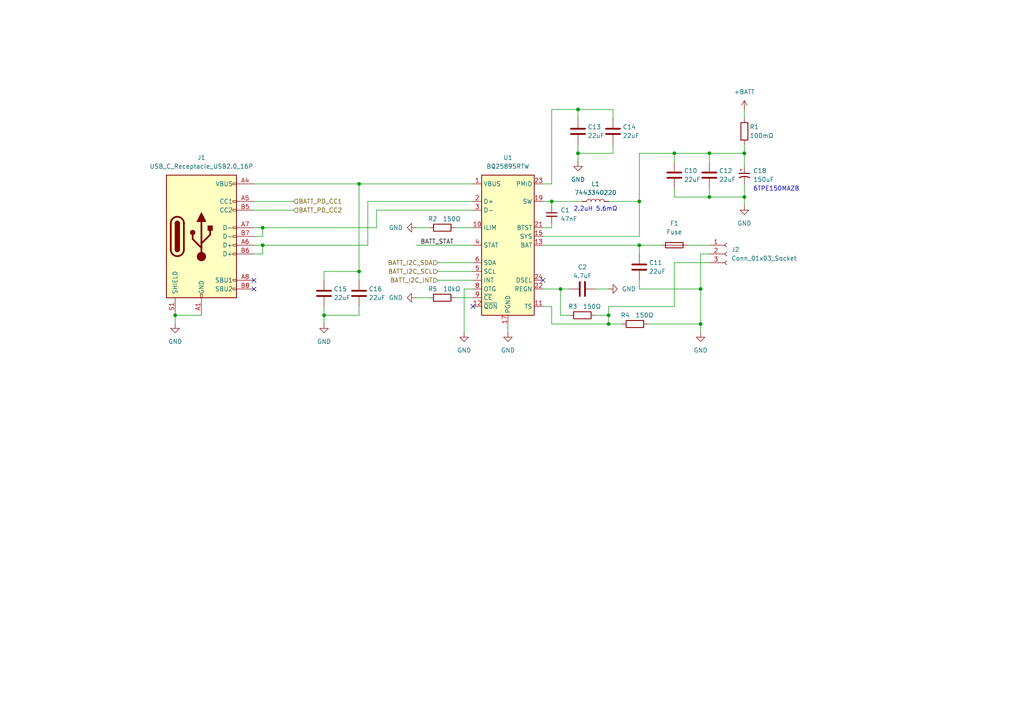
<source format=kicad_sch>
(kicad_sch (version 20250114) (generator "eeschema") (generator_version "9.0")
  (paper "A4")
  (lib_symbols
    (symbol "Battery_Management:BQ25895RTW"
      (property "Reference" "U" (at -5.08 22.86 0))
      (property "Value" "BQ25895RTW" (at 5.08 22.86 0))
      (symbol "BQ25895RTW_0_1"
        (rectangle (start -7.62 20.32) (end 7.62 -20.32) (stroke (width 0.254)) (fill (type background)))
      )
      (symbol "BQ25895RTW_1_1"
        (pin power_in line (at -10.16 17.78 0) (length 2.54) (name "VBUS") (number "1"))
        (pin bidirectional line (at -10.16 12.7 0) (length 2.54) (name "D+") (number "2"))
        (pin bidirectional line (at -10.16 10.16 0) (length 2.54) (name "D-") (number "3"))
        (pin passive line (at -10.16 5.08 0) (length 2.54) (name "ILIM") (number "10"))
        (pin open_collector line (at -10.16 0 0) (length 2.54) (name "STAT") (number "4"))
        (pin bidirectional line (at -10.16 -5.08 0) (length 2.54) (name "SDA") (number "6"))
        (pin input line (at -10.16 -7.62 0) (length 2.54) (name "SCL") (number "5"))
        (pin open_collector line (at -10.16 -10.16 0) (length 2.54) (name "INT") (number "7"))
        (pin input line (at -10.16 -12.7 0) (length 2.54) (name "OTG") (number "8"))
        (pin input line (at -10.16 -15.24 0) (length 2.54) (name "~{CE}") (number "9"))
        (pin input line (at -10.16 -17.78 0) (length 2.54) (name "~{QON}") (number "12"))
        (pin power_in line (at 0 -22.86 90) (length 2.54) (name "PGND") (number "17"))
        (pin passive line (at 0 -22.86 90) (length 2.54) (hide yes) (name "PGND") (number "18"))
        (pin passive line (at 0 -22.86 90) (length 2.54) (hide yes) (name "PGND") (number "25"))
        (pin power_out line (at 10.16 17.78 180) (length 2.54) (name "PMID") (number "23"))
        (pin power_out line (at 10.16 12.7 180) (length 2.54) (name "SW") (number "19"))
        (pin passive line (at 10.16 12.7 180) (length 2.54) (hide yes) (name "SW") (number "20"))
        (pin passive line (at 10.16 5.08 180) (length 2.54) (name "BTST") (number "21"))
        (pin passive line (at 10.16 2.54 180) (length 2.54) (name "SYS") (number "15"))
        (pin passive line (at 10.16 2.54 180) (length 2.54) (hide yes) (name "SYS") (number "16"))
        (pin passive line (at 10.16 0 180) (length 2.54) (name "BAT") (number "13"))
        (pin passive line (at 10.16 0 180) (length 2.54) (hide yes) (name "BAT") (number "14"))
        (pin open_collector line (at 10.16 -10.16 180) (length 2.54) (name "DSEL") (number "24"))
        (pin passive line (at 10.16 -12.7 180) (length 2.54) (name "REGN") (number "22"))
        (pin passive line (at 10.16 -17.78 180) (length 2.54) (name "TS") (number "11"))
      )
    )
    (symbol "Connector:Conn_01x03_Socket" (pin_names (offset 1.016) (hide yes))
      (property "Reference" "J" (at 0 5.08 0))
      (property "Value" "Conn_01x03_Socket" (at 0 -5.08 0))
      (symbol "Conn_01x03_Socket_1_1"
        (polyline (pts (xy -1.27 2.54) (xy -0.508 2.54)) (stroke (width 0.1524)))
        (polyline (pts (xy -1.27 0) (xy -0.508 0)) (stroke (width 0.1524)))
        (polyline (pts (xy -1.27 -2.54) (xy -0.508 -2.54)) (stroke (width 0.1524)))
        (arc (start 0 2.032) (mid -0.5058 2.54) (end 0 3.048) (stroke (width 0.1524)))
        (arc (start 0 -0.508) (mid -0.5058 0) (end 0 0.508) (stroke (width 0.1524)))
        (arc (start 0 -3.048) (mid -0.5058 -2.54) (end 0 -2.032) (stroke (width 0.1524)))
        (pin passive line (at -5.08 2.54 0) (length 3.81) (name "Pin_1") (number "1"))
        (pin passive line (at -5.08 0 0) (length 3.81) (name "Pin_2") (number "2"))
        (pin passive line (at -5.08 -2.54 0) (length 3.81) (name "Pin_3") (number "3"))
      )
    )
    (symbol "Connector:USB_C_Receptacle_USB2.0_16P" (pin_names (offset 1.016))
      (property "Reference" "J" (at 0 22.225 0))
      (property "Value" "USB_C_Receptacle_USB2.0_16P" (at 0 19.685 0))
      (symbol "USB_C_Receptacle_USB2.0_16P_0_0"
        (rectangle (start -0.254 -17.78) (end 0.254 -16.764))
        (rectangle (start 10.16 15.494) (end 9.144 14.986))
        (rectangle (start 10.16 10.414) (end 9.144 9.906))
        (rectangle (start 10.16 7.874) (end 9.144 7.366))
        (rectangle (start 10.16 2.794) (end 9.144 2.286))
        (rectangle (start 10.16 0.254) (end 9.144 -0.254))
        (rectangle (start 10.16 -2.286) (end 9.144 -2.794))
        (rectangle (start 10.16 -4.826) (end 9.144 -5.334))
        (rectangle (start 10.16 -12.446) (end 9.144 -12.954))
        (rectangle (start 10.16 -14.986) (end 9.144 -15.494))
      )
      (symbol "USB_C_Receptacle_USB2.0_16P_0_1"
        (rectangle (start -10.16 17.78) (end 10.16 -17.78) (stroke (width 0.254)) (fill (type background)))
        (polyline (pts (xy -8.89 -3.81) (xy -8.89 3.81)) (stroke (width 0.508)))
        (rectangle (start -7.62 -3.81) (end -6.35 3.81) (stroke (width 0.254)) (fill (type outline)))
        (arc (start -7.62 3.81) (mid -6.985 4.4423) (end -6.35 3.81) (stroke (width 0.254)))
        (arc (start -7.62 3.81) (mid -6.985 4.4423) (end -6.35 3.81) (stroke (width 0.254)) (fill (type outline)))
        (arc (start -8.89 3.81) (mid -6.985 5.7067) (end -5.08 3.81) (stroke (width 0.508)))
        (arc (start -5.08 -3.81) (mid -6.985 -5.7067) (end -8.89 -3.81) (stroke (width 0.508)))
        (arc (start -6.35 -3.81) (mid -6.985 -4.4423) (end -7.62 -3.81) (stroke (width 0.254)))
        (arc (start -6.35 -3.81) (mid -6.985 -4.4423) (end -7.62 -3.81) (stroke (width 0.254)) (fill (type outline)))
        (polyline (pts (xy -5.08 3.81) (xy -5.08 -3.81)) (stroke (width 0.508)))
        (circle (center -2.54 1.143) (radius 0.635) (stroke (width 0.254)) (fill (type outline)))
        (polyline (pts (xy -1.27 4.318) (xy 0 6.858) (xy 1.27 4.318) (xy -1.27 4.318)) (stroke (width 0.254)) (fill (type outline)))
        (polyline (pts (xy 0 -2.032) (xy 2.54 0.508) (xy 2.54 1.778)) (stroke (width 0.508)))
        (polyline (pts (xy 0 -3.302) (xy -2.54 -0.762) (xy -2.54 0.508)) (stroke (width 0.508)))
        (polyline (pts (xy 0 -5.842) (xy 0 4.318)) (stroke (width 0.508)))
        (circle (center 0 -5.842) (radius 1.27) (fill (type outline)))
        (rectangle (start 1.905 1.778) (end 3.175 3.048) (stroke (width 0.254)) (fill (type outline)))
      )
      (symbol "USB_C_Receptacle_USB2.0_16P_1_1"
        (pin passive line (at -7.62 -22.86 90) (length 5.08) (name "SHIELD") (number "S1"))
        (pin passive line (at 0 -22.86 90) (length 5.08) (name "GND") (number "A1"))
        (pin passive line (at 0 -22.86 90) (length 5.08) (hide yes) (name "GND") (number "A12"))
        (pin passive line (at 0 -22.86 90) (length 5.08) (hide yes) (name "GND") (number "B1"))
        (pin passive line (at 0 -22.86 90) (length 5.08) (hide yes) (name "GND") (number "B12"))
        (pin passive line (at 15.24 15.24 180) (length 5.08) (name "VBUS") (number "A4"))
        (pin passive line (at 15.24 15.24 180) (length 5.08) (hide yes) (name "VBUS") (number "A9"))
        (pin passive line (at 15.24 15.24 180) (length 5.08) (hide yes) (name "VBUS") (number "B4"))
        (pin passive line (at 15.24 15.24 180) (length 5.08) (hide yes) (name "VBUS") (number "B9"))
        (pin bidirectional line (at 15.24 10.16 180) (length 5.08) (name "CC1") (number "A5"))
        (pin bidirectional line (at 15.24 7.62 180) (length 5.08) (name "CC2") (number "B5"))
        (pin bidirectional line (at 15.24 2.54 180) (length 5.08) (name "D-") (number "A7"))
        (pin bidirectional line (at 15.24 0 180) (length 5.08) (name "D-") (number "B7"))
        (pin bidirectional line (at 15.24 -2.54 180) (length 5.08) (name "D+") (number "A6"))
        (pin bidirectional line (at 15.24 -5.08 180) (length 5.08) (name "D+") (number "B6"))
        (pin bidirectional line (at 15.24 -12.7 180) (length 5.08) (name "SBU1") (number "A8"))
        (pin bidirectional line (at 15.24 -15.24 180) (length 5.08) (name "SBU2") (number "B8"))
      )
    )
    (symbol "Device:C" (pin_numbers (hide yes)) (pin_names (offset 0.254))
      (property "Reference" "C" (at 0.635 2.54 0))
      (property "Value" "C" (at 0.635 -2.54 0))
      (symbol "C_0_1"
        (polyline (pts (xy -2.032 0.762) (xy 2.032 0.762)) (stroke (width 0.508)))
        (polyline (pts (xy -2.032 -0.762) (xy 2.032 -0.762)) (stroke (width 0.508)))
      )
      (symbol "C_1_1"
        (pin passive line (at 0 3.81 270) (length 2.794) (name "~") (number "1"))
        (pin passive line (at 0 -3.81 90) (length 2.794) (name "~") (number "2"))
      )
    )
    (symbol "Device:C_Polarized_Small_US" (pin_numbers (hide yes)) (pin_names (offset 0.254) (hide yes))
      (property "Reference" "C" (at 0.254 1.778 0))
      (property "Value" "C_Polarized_Small_US" (at 0.254 -2.032 0))
      (symbol "C_Polarized_Small_US_0_1"
        (polyline (pts (xy -1.524 0.508) (xy 1.524 0.508)) (stroke (width 0.3048)))
        (polyline (pts (xy -1.27 1.524) (xy -0.762 1.524)))
        (polyline (pts (xy -1.016 1.27) (xy -1.016 1.778)))
        (arc (start -1.524 -0.762) (mid 0 -0.3734) (end 1.524 -0.762) (stroke (width 0.3048)))
      )
      (symbol "C_Polarized_Small_US_1_1"
        (pin passive line (at 0 2.54 270) (length 2.032) (name "~") (number "1"))
        (pin passive line (at 0 -2.54 90) (length 2.032) (name "~") (number "2"))
      )
    )
    (symbol "Device:C_Small" (pin_numbers (hide yes)) (pin_names (offset 0.254) (hide yes))
      (property "Reference" "C" (at 0.254 1.778 0))
      (property "Value" "C_Small" (at 0.254 -2.032 0))
      (symbol "C_Small_0_1"
        (polyline (pts (xy -1.524 0.508) (xy 1.524 0.508)) (stroke (width 0.3048)))
        (polyline (pts (xy -1.524 -0.508) (xy 1.524 -0.508)) (stroke (width 0.3302)))
      )
      (symbol "C_Small_1_1"
        (pin passive line (at 0 2.54 270) (length 2.032) (name "~") (number "1"))
        (pin passive line (at 0 -2.54 90) (length 2.032) (name "~") (number "2"))
      )
    )
    (symbol "Device:Fuse" (pin_numbers (hide yes)) (pin_names (offset 0))
      (property "Reference" "F" (at 2.032 0 90))
      (property "Value" "Fuse" (at -1.905 0 90))
      (symbol "Fuse_0_1"
        (rectangle (start -0.762 -2.54) (end 0.762 2.54) (stroke (width 0.254)))
        (polyline (pts (xy 0 2.54) (xy 0 -2.54)))
      )
      (symbol "Fuse_1_1"
        (pin passive line (at 0 3.81 270) (length 1.27) (name "~") (number "1"))
        (pin passive line (at 0 -3.81 90) (length 1.27) (name "~") (number "2"))
      )
    )
    (symbol "Device:L" (pin_numbers (hide yes)) (pin_names (offset 1.016) (hide yes))
      (property "Reference" "L" (at -1.27 0 90))
      (property "Value" "L" (at 1.905 0 90))
      (symbol "L_0_1"
        (arc (start 0 2.54) (mid 0.6323 1.905) (end 0 1.27))
        (arc (start 0 1.27) (mid 0.6323 0.635) (end 0 0))
        (arc (start 0 0) (mid 0.6323 -0.635) (end 0 -1.27))
        (arc (start 0 -1.27) (mid 0.6323 -1.905) (end 0 -2.54))
      )
      (symbol "L_1_1"
        (pin passive line (at 0 3.81 270) (length 1.27) (name "1") (number "1"))
        (pin passive line (at 0 -3.81 90) (length 1.27) (name "2") (number "2"))
      )
    )
    (symbol "Device:R" (pin_numbers (hide yes)) (pin_names (offset 0))
      (property "Reference" "R" (at 2.032 0 90))
      (property "Value" "R" (at 0 0 90))
      (symbol "R_0_1"
        (rectangle (start -1.016 -2.54) (end 1.016 2.54) (stroke (width 0.254)))
      )
      (symbol "R_1_1"
        (pin passive line (at 0 3.81 270) (length 1.27) (name "~") (number "1"))
        (pin passive line (at 0 -3.81 90) (length 1.27) (name "~") (number "2"))
      )
    )
    (symbol "power:+BATT" (power) (pin_numbers (hide yes)) (pin_names (offset 0) (hide yes))
      (property "Value" "+BATT" (at 0 3.556 0))
      (symbol "+BATT_0_1"
        (polyline (pts (xy -0.762 1.27) (xy 0 2.54)))
        (polyline (pts (xy 0 2.54) (xy 0.762 1.27)))
        (polyline (pts (xy 0 0) (xy 0 2.54)))
      )
      (symbol "+BATT_1_1"
        (pin power_in line (at 0 0 90) (length 0) (name "~") (number "1"))
      )
    )
    (symbol "power:GND" (power) (pin_numbers (hide yes)) (pin_names (offset 0) (hide yes))
      (property "Value" "GND" (at 0 -3.81 0))
      (symbol "GND_0_1"
        (polyline (pts (xy 0 0) (xy 0 -1.27) (xy 1.27 -1.27) (xy 0 -2.54) (xy -1.27 -1.27) (xy 0 -1.27)))
      )
      (symbol "GND_1_1"
        (pin power_in line (at 0 0 270) (length 0) (name "~") (number "1"))
      )
    )
  )
  (text "2.2uH 5.6mΩ" (at 172.72 60.706 0) (effects (font (size 1.27 1.27))))
  (text "6TPE150MAZB" (at 218.44 54.864 0) (effects (font (size 1.27 1.27)) (justify left)))
  (junction (at 104.14 78.74))
  (junction (at 176.53 91.44))
  (junction (at 176.53 93.98))
  (junction (at 160.02 58.42))
  (junction (at 76.2 71.12))
  (junction (at 215.9 44.45))
  (junction (at 167.64 31.75))
  (junction (at 76.2 66.04))
  (junction (at 50.8 91.44))
  (junction (at 195.58 44.45))
  (junction (at 215.9 57.15))
  (junction (at 104.14 53.34))
  (junction (at 162.56 83.82))
  (junction (at 203.2 93.98))
  (junction (at 185.42 58.42))
  (junction (at 167.64 44.45))
  (junction (at 205.74 44.45))
  (junction (at 205.74 57.15))
  (junction (at 93.98 91.44))
  (junction (at 203.2 83.82))
  (junction (at 185.42 71.12))
  (no_connect (at 157.48 81.28))
  (no_connect (at 73.66 81.28))
  (no_connect (at 137.16 88.9))
  (no_connect (at 73.66 83.82))
  (wire (pts (xy 73.66 73.66) (xy 76.2 73.66)))
  (wire (pts (xy 185.42 68.58) (xy 185.42 58.42)))
  (wire (pts (xy 162.56 83.82) (xy 165.1 83.82)))
  (wire (pts (xy 167.64 44.45) (xy 167.64 46.99)))
  (wire (pts (xy 50.8 93.98) (xy 50.8 91.44)))
  (wire (pts (xy 73.66 66.04) (xy 76.2 66.04)))
  (wire (pts (xy 199.39 71.12) (xy 205.74 71.12)))
  (wire (pts (xy 73.66 68.58) (xy 76.2 68.58)))
  (wire (pts (xy 76.2 66.04) (xy 109.22 66.04)))
  (wire (pts (xy 106.68 71.12) (xy 106.68 58.42)))
  (wire (pts (xy 185.42 44.45) (xy 195.58 44.45)))
  (wire (pts (xy 160.02 66.04) (xy 157.48 66.04)))
  (wire (pts (xy 127 81.28) (xy 137.16 81.28)))
  (wire (pts (xy 76.2 68.58) (xy 76.2 66.04)))
  (wire (pts (xy 215.9 44.45) (xy 215.9 48.26)))
  (wire (pts (xy 73.66 53.34) (xy 104.14 53.34)))
  (wire (pts (xy 106.68 58.42) (xy 137.16 58.42)))
  (wire (pts (xy 134.62 83.82) (xy 137.16 83.82)))
  (wire (pts (xy 160.02 58.42) (xy 160.02 59.69)))
  (wire (pts (xy 109.22 60.96) (xy 137.16 60.96)))
  (wire (pts (xy 165.1 91.44) (xy 162.56 91.44)))
  (wire (pts (xy 185.42 81.28) (xy 185.42 83.82)))
  (wire (pts (xy 205.74 44.45) (xy 215.9 44.45)))
  (wire (pts (xy 157.48 53.34) (xy 160.02 53.34)))
  (wire (pts (xy 195.58 57.15) (xy 195.58 54.61)))
  (wire (pts (xy 73.66 71.12) (xy 76.2 71.12)))
  (wire (pts (xy 93.98 78.74) (xy 104.14 78.74)))
  (wire (pts (xy 176.53 91.44) (xy 176.53 88.9)))
  (wire (pts (xy 215.9 57.15) (xy 205.74 57.15)))
  (wire (pts (xy 176.53 58.42) (xy 185.42 58.42)))
  (wire (pts (xy 73.66 60.96) (xy 85.09 60.96)))
  (wire (pts (xy 73.66 58.42) (xy 85.09 58.42)))
  (wire (pts (xy 157.48 88.9) (xy 160.02 88.9)))
  (wire (pts (xy 120.65 66.04) (xy 124.46 66.04)))
  (wire (pts (xy 104.14 91.44) (xy 104.14 88.9)))
  (wire (pts (xy 120.65 71.12) (xy 137.16 71.12)))
  (wire (pts (xy 160.02 53.34) (xy 160.02 31.75)))
  (wire (pts (xy 215.9 31.75) (xy 215.9 34.29)))
  (wire (pts (xy 134.62 83.82) (xy 134.62 96.52)))
  (wire (pts (xy 132.08 66.04) (xy 137.16 66.04)))
  (wire (pts (xy 176.53 93.98) (xy 180.34 93.98)))
  (wire (pts (xy 50.8 91.44) (xy 58.42 91.44)))
  (wire (pts (xy 205.74 54.61) (xy 205.74 57.15)))
  (wire (pts (xy 177.8 44.45) (xy 177.8 41.91)))
  (wire (pts (xy 93.98 91.44) (xy 93.98 93.98)))
  (wire (pts (xy 157.48 83.82) (xy 162.56 83.82)))
  (wire (pts (xy 147.32 96.52) (xy 147.32 93.98)))
  (wire (pts (xy 76.2 71.12) (xy 106.68 71.12)))
  (wire (pts (xy 185.42 44.45) (xy 185.42 58.42)))
  (wire (pts (xy 160.02 31.75) (xy 167.64 31.75)))
  (wire (pts (xy 205.74 57.15) (xy 195.58 57.15)))
  (wire (pts (xy 167.64 41.91) (xy 167.64 44.45)))
  (wire (pts (xy 160.02 64.77) (xy 160.02 66.04)))
  (wire (pts (xy 167.64 44.45) (xy 177.8 44.45)))
  (wire (pts (xy 185.42 71.12) (xy 185.42 73.66)))
  (wire (pts (xy 195.58 76.2) (xy 195.58 88.9)))
  (wire (pts (xy 195.58 44.45) (xy 195.58 46.99)))
  (wire (pts (xy 187.96 93.98) (xy 203.2 93.98)))
  (wire (pts (xy 203.2 73.66) (xy 203.2 83.82)))
  (wire (pts (xy 177.8 31.75) (xy 177.8 34.29)))
  (wire (pts (xy 109.22 66.04) (xy 109.22 60.96)))
  (wire (pts (xy 195.58 76.2) (xy 205.74 76.2)))
  (wire (pts (xy 127 76.2) (xy 137.16 76.2)))
  (wire (pts (xy 203.2 93.98) (xy 203.2 96.52)))
  (wire (pts (xy 185.42 71.12) (xy 191.77 71.12)))
  (wire (pts (xy 167.64 31.75) (xy 167.64 34.29)))
  (wire (pts (xy 160.02 93.98) (xy 160.02 88.9)))
  (wire (pts (xy 160.02 93.98) (xy 176.53 93.98)))
  (wire (pts (xy 168.91 58.42) (xy 160.02 58.42)))
  (wire (pts (xy 215.9 57.15) (xy 215.9 59.69)))
  (wire (pts (xy 132.08 86.36) (xy 137.16 86.36)))
  (wire (pts (xy 76.2 71.12) (xy 76.2 73.66)))
  (wire (pts (xy 104.14 53.34) (xy 137.16 53.34)))
  (wire (pts (xy 172.72 83.82) (xy 176.53 83.82)))
  (wire (pts (xy 120.65 86.36) (xy 124.46 86.36)))
  (wire (pts (xy 157.48 71.12) (xy 185.42 71.12)))
  (wire (pts (xy 104.14 53.34) (xy 104.14 78.74)))
  (wire (pts (xy 215.9 53.34) (xy 215.9 57.15)))
  (wire (pts (xy 157.48 68.58) (xy 185.42 68.58)))
  (wire (pts (xy 185.42 83.82) (xy 203.2 83.82)))
  (wire (pts (xy 160.02 58.42) (xy 157.48 58.42)))
  (wire (pts (xy 203.2 83.82) (xy 203.2 93.98)))
  (wire (pts (xy 93.98 78.74) (xy 93.98 81.28)))
  (wire (pts (xy 167.64 31.75) (xy 177.8 31.75)))
  (wire (pts (xy 93.98 88.9) (xy 93.98 91.44)))
  (wire (pts (xy 104.14 78.74) (xy 104.14 81.28)))
  (wire (pts (xy 176.53 88.9) (xy 195.58 88.9)))
  (wire (pts (xy 93.98 91.44) (xy 104.14 91.44)))
  (wire (pts (xy 205.74 73.66) (xy 203.2 73.66)))
  (wire (pts (xy 195.58 44.45) (xy 205.74 44.45)))
  (wire (pts (xy 172.72 91.44) (xy 176.53 91.44)))
  (wire (pts (xy 205.74 44.45) (xy 205.74 46.99)))
  (wire (pts (xy 162.56 91.44) (xy 162.56 83.82)))
  (wire (pts (xy 215.9 41.91) (xy 215.9 44.45)))
  (wire (pts (xy 127 78.74) (xy 137.16 78.74)))
  (wire (pts (xy 176.53 91.44) (xy 176.53 93.98)))
  (label "BATT_STAT" (at 121.92 71.12 0))
  (hierarchical_label "BATT_PD_CC2" (shape input) (at 85.09 60.96 0))
  (hierarchical_label "BATT_I2C_SDA" (shape input) (at 127 76.2 180))
  (hierarchical_label "BATT_PD_CC1" (shape input) (at 85.09 58.42 0))
  (hierarchical_label "BATT_I2C_INT" (shape input) (at 127 81.28 180))
  (hierarchical_label "BATT_I2C_SCL" (shape input) (at 127 78.74 180))
  (symbol (lib_id "Device:C") (at 167.64 38.1 0) (mirror y) (unit 1)
    (property "Reference" "C13" (at 170.434 36.83 0) (effects (justify right)))
    (property "Value" "22uF" (at 170.434 39.37 0) (effects (justify right)))
    (property "Footprint" "Capacitor_SMD:C_0603_1608Metric" (effects (hide yes)))
    (property "Description" "Unpolarized capacitor" (effects (hide yes)))
  )
  (symbol (lib_id "Device:C") (at 177.8 38.1 0) (mirror y) (unit 1)
    (property "Reference" "C14" (at 180.594 36.83 0) (effects (justify right)))
    (property "Value" "22uF" (at 180.594 39.37 0) (effects (justify right)))
    (property "Footprint" "Capacitor_SMD:C_0603_1608Metric" (effects (hide yes)))
    (property "Description" "Unpolarized capacitor" (effects (hide yes)))
  )
  (symbol (lib_id "power:GND") (at 176.53 83.82 90) (unit 1)
    (property "Reference" "#PWR03" (effects (hide yes)))
    (property "Value" "GND" (at 180.34 83.8199 90) (effects (justify right)))
    (property "Description" "Power symbol creates a global label with name \"GND\" , ground" (effects (hide yes)))
  )
  (symbol (lib_id "power:+BATT") (at 215.9 31.75 0) (unit 1)
    (property "Reference" "#PWR05" (effects (hide yes)))
    (property "Value" "+BATT" (at 215.9 26.67 0))
    (property "Description" "Power symbol creates a global label with name \"+BATT\"" (effects (hide yes)))
  )
  (symbol (lib_id "Device:C") (at 104.14 85.09 0) (mirror y) (unit 1)
    (property "Reference" "C16" (at 106.934 83.82 0) (effects (justify right)))
    (property "Value" "22uF" (at 106.934 86.36 0) (effects (justify right)))
    (property "Footprint" "Capacitor_SMD:C_0603_1608Metric" (effects (hide yes)))
    (property "Description" "Unpolarized capacitor" (effects (hide yes)))
  )
  (symbol (lib_id "power:GND") (at 120.65 86.36 270) (unit 1)
    (property "Reference" "#PWR011" (effects (hide yes)))
    (property "Value" "GND" (at 116.84 86.3599 90) (effects (justify right)))
    (property "Description" "Power symbol creates a global label with name \"GND\" , ground" (effects (hide yes)))
  )
  (symbol (lib_id "Battery_Management:BQ25895RTW") (at 147.32 71.12 0) (unit 1)
    (property "Reference" "U1" (at 147.32 45.72 0))
    (property "Value" "BQ25895RTW" (at 147.32 48.26 0))
    (property "Footprint" "Package_DFN_QFN:Texas_RTW_WQFN-24-1EP_4x4mm_P0.5mm_EP2.7x2.7mm_ThermalVias" (effects (hide yes)))
    (property "Datasheet" "http://www.ti.com/lit/ds/symlink/bq25895.pdf" (effects (hide yes)))
    (property "Description" "Controlled Single Cell 5A Fast Charger with MaxCharge, WQFN-24" (effects (hide yes)))
  )
  (symbol (lib_id "Device:R") (at 215.9 38.1 180) (unit 1)
    (property "Reference" "R1" (at 217.424 36.83 0) (effects (justify right)))
    (property "Value" "100mΩ" (at 217.424 39.37 0) (effects (justify right)))
    (property "Description" "Resistor" (effects (hide yes)))
  )
  (symbol (lib_id "Connector:Conn_01x03_Socket") (at 210.82 73.66 0) (unit 1)
    (property "Reference" "J2" (at 212.09 72.3899 0) (effects (justify left)))
    (property "Value" "Conn_01x03_Socket" (at 212.09 74.9299 0) (effects (justify left)))
    (property "Description" "Generic connector, single row, 01x03, script generated" (effects (hide yes)))
  )
  (symbol (lib_id "Device:Fuse") (at 195.58 71.12 90) (unit 1)
    (property "Reference" "F1" (at 195.58 64.77 90))
    (property "Value" "Fuse" (at 195.58 67.31 90))
    (property "Description" "Fuse" (effects (hide yes)))
  )
  (symbol (lib_id "power:GND") (at 120.65 66.04 270) (unit 1)
    (property "Reference" "#PWR07" (effects (hide yes)))
    (property "Value" "GND" (at 116.84 66.0399 90) (effects (justify right)))
    (property "Description" "Power symbol creates a global label with name \"GND\" , ground" (effects (hide yes)))
  )
  (symbol (lib_id "Device:C") (at 195.58 50.8 0) (mirror y) (unit 1)
    (property "Reference" "C10" (at 198.374 49.53 0) (effects (justify right)))
    (property "Value" "22uF" (at 198.374 52.07 0) (effects (justify right)))
    (property "Footprint" "Capacitor_SMD:C_0603_1608Metric" (effects (hide yes)))
    (property "Description" "Unpolarized capacitor" (effects (hide yes)))
  )
  (symbol (lib_id "Device:L") (at 172.72 58.42 90) (unit 1)
    (property "Reference" "L1" (at 172.72 53.34 90))
    (property "Value" "7443340220" (at 172.72 55.88 90))
    (property "Footprint" "User:WE-HCC_8070" (effects (hide yes)))
    (property "Description" "Inductor" (effects (hide yes)))
  )
  (symbol (lib_id "power:GND") (at 147.32 96.52 0) (unit 1)
    (property "Reference" "#PWR01" (effects (hide yes)))
    (property "Value" "GND" (at 147.32 101.6 0))
    (property "Description" "Power symbol creates a global label with name \"GND\" , ground" (effects (hide yes)))
  )
  (symbol (lib_id "Device:C") (at 205.74 50.8 0) (mirror y) (unit 1)
    (property "Reference" "C12" (at 208.534 49.53 0) (effects (justify right)))
    (property "Value" "22uF" (at 208.534 52.07 0) (effects (justify right)))
    (property "Footprint" "Capacitor_SMD:C_0603_1608Metric" (effects (hide yes)))
    (property "Description" "Unpolarized capacitor" (effects (hide yes)))
  )
  (symbol (lib_id "Device:C") (at 93.98 85.09 0) (mirror y) (unit 1)
    (property "Reference" "C15" (at 96.774 83.82 0) (effects (justify right)))
    (property "Value" "22uF" (at 96.774 86.36 0) (effects (justify right)))
    (property "Footprint" "Capacitor_SMD:C_0603_1608Metric" (effects (hide yes)))
    (property "Description" "Unpolarized capacitor" (effects (hide yes)))
  )
  (symbol (lib_id "Device:R") (at 184.15 93.98 90) (unit 1)
    (property "Reference" "R4" (at 181.356 91.44 90))
    (property "Value" "150Ω" (at 186.944 91.44 90))
    (property "Description" "Resistor" (effects (hide yes)))
  )
  (symbol (lib_id "power:GND") (at 134.62 96.52 0) (unit 1)
    (property "Reference" "#PWR010" (effects (hide yes)))
    (property "Value" "GND" (at 134.62 101.6 0))
    (property "Description" "Power symbol creates a global label with name \"GND\" , ground" (effects (hide yes)))
  )
  (symbol (lib_id "Device:R") (at 128.27 86.36 90) (unit 1)
    (property "Reference" "R5" (at 125.476 83.82 90))
    (property "Value" "10kΩ" (at 131.064 83.82 90))
    (property "Description" "Resistor" (effects (hide yes)))
  )
  (symbol (lib_id "Device:C_Polarized_Small_US") (at 215.9 50.8 0) (unit 1)
    (property "Reference" "C18" (at 218.44 49.53 0) (effects (justify left)))
    (property "Value" "150uF" (at 218.44 52.07 0) (effects (justify left)))
    (property "Footprint" "Capacitor_Tantalum_SMD:CP_EIA-3528-21_Kemet-B" (effects (hide yes)))
    (property "Description" "Polarized capacitor, small US symbol" (effects (hide yes)))
  )
  (symbol (lib_id "power:GND") (at 215.9 59.69 0) (unit 1)
    (property "Reference" "#PWR04" (effects (hide yes)))
    (property "Value" "GND" (at 215.9 64.77 0))
    (property "Description" "Power symbol creates a global label with name \"GND\" , ground" (effects (hide yes)))
  )
  (symbol (lib_id "Device:R") (at 128.27 66.04 90) (unit 1)
    (property "Reference" "R2" (at 125.476 63.5 90))
    (property "Value" "150Ω" (at 131.064 63.5 90))
    (property "Description" "Resistor" (effects (hide yes)))
  )
  (symbol (lib_id "Connector:USB_C_Receptacle_USB2.0_16P") (at 58.42 68.58 0) (unit 1)
    (property "Reference" "J1" (at 58.42 45.72 0))
    (property "Value" "USB_C_Receptacle_USB2.0_16P" (at 58.42 48.26 0))
    (property "Datasheet" "https://www.usb.org/sites/default/files/documents/usb_type-c.zip" (effects (hide yes)))
    (property "Description" "USB 2.0-only 16P Type-C Receptacle connector" (effects (hide yes)))
  )
  (symbol (lib_id "power:GND") (at 50.8 93.98 0) (unit 1)
    (property "Reference" "#PWR02" (effects (hide yes)))
    (property "Value" "GND" (at 50.8 99.06 0))
    (property "Description" "Power symbol creates a global label with name \"GND\" , ground" (effects (hide yes)))
  )
  (symbol (lib_id "Device:C") (at 185.42 77.47 0) (mirror y) (unit 1)
    (property "Reference" "C11" (at 188.214 76.2 0) (effects (justify right)))
    (property "Value" "22uF" (at 188.214 78.74 0) (effects (justify right)))
    (property "Footprint" "Capacitor_SMD:C_0603_1608Metric" (effects (hide yes)))
    (property "Description" "Unpolarized capacitor" (effects (hide yes)))
  )
  (symbol (lib_id "Device:C_Small") (at 160.02 62.23 0) (unit 1)
    (property "Reference" "C1" (at 162.56 60.9662 0) (effects (justify left)))
    (property "Value" "47nF" (at 162.56 63.5062 0) (effects (justify left)))
    (property "Description" "Unpolarized capacitor, small symbol" (effects (hide yes)))
  )
  (symbol (lib_id "power:GND") (at 93.98 93.98 0) (unit 1)
    (property "Reference" "#PWR09" (effects (hide yes)))
    (property "Value" "GND" (at 93.98 99.06 0))
    (property "Description" "Power symbol creates a global label with name \"GND\" , ground" (effects (hide yes)))
  )
  (symbol (lib_id "Device:R") (at 168.91 91.44 90) (unit 1)
    (property "Reference" "R3" (at 166.116 88.9 90))
    (property "Value" "150Ω" (at 171.704 88.9 90))
    (property "Description" "Resistor" (effects (hide yes)))
  )
  (symbol (lib_id "power:GND") (at 203.2 96.52 0) (unit 1)
    (property "Reference" "#PWR06" (effects (hide yes)))
    (property "Value" "GND" (at 203.2 101.6 0))
    (property "Description" "Power symbol creates a global label with name \"GND\" , ground" (effects (hide yes)))
  )
  (symbol (lib_id "Device:C") (at 168.91 83.82 90) (unit 1)
    (property "Reference" "C2" (at 168.91 77.47 90))
    (property "Value" "4.7uF" (at 168.91 80.01 90))
    (property "Description" "Unpolarized capacitor" (effects (hide yes)))
  )
  (symbol (lib_id "power:GND") (at 167.64 46.99 0) (unit 1)
    (property "Reference" "#PWR08" (effects (hide yes)))
    (property "Value" "GND" (at 167.64 52.07 0))
    (property "Description" "Power symbol creates a global label with name \"GND\" , ground" (effects (hide yes)))
  )
)
</source>
